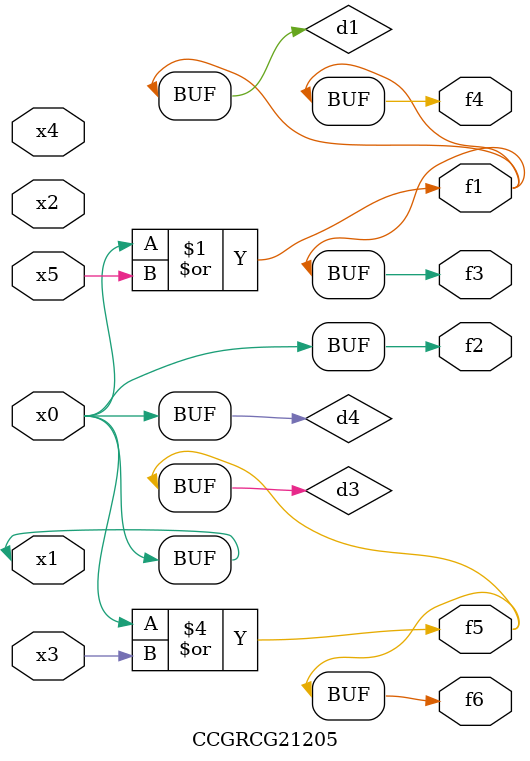
<source format=v>
module CCGRCG21205(
	input x0, x1, x2, x3, x4, x5,
	output f1, f2, f3, f4, f5, f6
);

	wire d1, d2, d3, d4;

	or (d1, x0, x5);
	xnor (d2, x1, x4);
	or (d3, x0, x3);
	buf (d4, x0, x1);
	assign f1 = d1;
	assign f2 = d4;
	assign f3 = d1;
	assign f4 = d1;
	assign f5 = d3;
	assign f6 = d3;
endmodule

</source>
